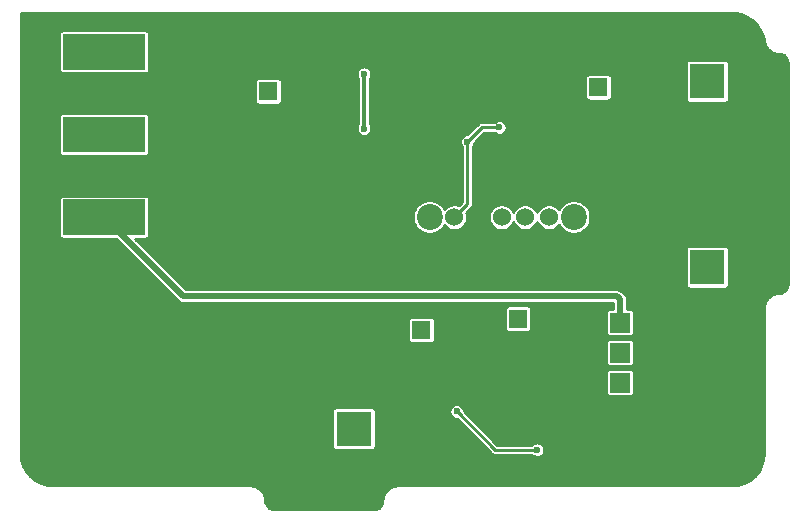
<source format=gbr>
%TF.GenerationSoftware,KiCad,Pcbnew,(5.1.6-0-10_14)*%
%TF.CreationDate,2022-04-17T17:35:50+02:00*%
%TF.ProjectId,smoke_extractor,736d6f6b-655f-4657-9874-726163746f72,rev?*%
%TF.SameCoordinates,Original*%
%TF.FileFunction,Copper,L2,Bot*%
%TF.FilePolarity,Positive*%
%FSLAX46Y46*%
G04 Gerber Fmt 4.6, Leading zero omitted, Abs format (unit mm)*
G04 Created by KiCad (PCBNEW (5.1.6-0-10_14)) date 2022-04-17 17:35:50*
%MOMM*%
%LPD*%
G01*
G04 APERTURE LIST*
%TA.AperFunction,ComponentPad*%
%ADD10R,1.700000X1.700000*%
%TD*%
%TA.AperFunction,ComponentPad*%
%ADD11C,1.600000*%
%TD*%
%TA.AperFunction,ComponentPad*%
%ADD12R,1.600000X1.600000*%
%TD*%
%TA.AperFunction,ComponentPad*%
%ADD13R,3.000000X3.000000*%
%TD*%
%TA.AperFunction,ComponentPad*%
%ADD14C,1.524000*%
%TD*%
%TA.AperFunction,ComponentPad*%
%ADD15C,2.200000*%
%TD*%
%TA.AperFunction,ComponentPad*%
%ADD16C,0.800000*%
%TD*%
%TA.AperFunction,ComponentPad*%
%ADD17C,6.400000*%
%TD*%
%TA.AperFunction,ComponentPad*%
%ADD18C,0.100000*%
%TD*%
%TA.AperFunction,ViaPad*%
%ADD19C,0.600000*%
%TD*%
%TA.AperFunction,ViaPad*%
%ADD20C,0.800000*%
%TD*%
%TA.AperFunction,Conductor*%
%ADD21C,0.300000*%
%TD*%
%TA.AperFunction,Conductor*%
%ADD22C,0.250000*%
%TD*%
%TA.AperFunction,Conductor*%
%ADD23C,0.500000*%
%TD*%
%TA.AperFunction,Conductor*%
%ADD24C,0.254000*%
%TD*%
G04 APERTURE END LIST*
D10*
%TO.P,JPe,3*%
%TO.N,5V*%
X66050000Y-41720000D03*
%TO.P,JPe,2*%
%TO.N,5Vusb*%
X66050000Y-44260000D03*
%TO.P,JPe,1*%
%TO.N,5Vi*%
X66050000Y-46800000D03*
%TD*%
D11*
%TO.P,C13,2*%
%TO.N,BAT-*%
X51700000Y-42350000D03*
D12*
%TO.P,C13,1*%
%TO.N,BAT+*%
X49200000Y-42350000D03*
%TD*%
D11*
%TO.P,C9,2*%
%TO.N,BAT-*%
X54900000Y-41400000D03*
D12*
%TO.P,C9,1*%
%TO.N,Net-(C9-Pad1)*%
X57400000Y-41400000D03*
%TD*%
D13*
%TO.P,J3,2*%
%TO.N,5Vi*%
X73400000Y-37030000D03*
%TO.P,J3,1*%
%TO.N,BAT-*%
X73400000Y-31950000D03*
%TD*%
D14*
%TO.P,SW2,2*%
%TO.N,Net-(R3-Pad1)*%
X56000000Y-32800000D03*
%TO.P,SW2,3*%
%TO.N,Net-(R12-Pad1)*%
X58000000Y-32800000D03*
%TO.P,SW2,4*%
%TO.N,Net-(R11-Pad1)*%
X60000000Y-32800000D03*
D15*
%TO.P,SW2,*%
%TO.N,*%
X62100000Y-32800000D03*
D14*
%TO.P,SW2,1*%
%TO.N,Net-(R2-Pad2)*%
X52000000Y-32800000D03*
D15*
%TO.P,SW2,*%
%TO.N,*%
X49900000Y-32800000D03*
%TD*%
D13*
%TO.P,J2,2*%
%TO.N,BAT-*%
X38420000Y-50700000D03*
%TO.P,J2,1*%
%TO.N,BAT+*%
X43500000Y-50700000D03*
%TD*%
%TO.P,J1,2*%
%TO.N,BAT-*%
X73400000Y-26380000D03*
%TO.P,J1,1*%
%TO.N,BOOST_OUT*%
X73400000Y-21300000D03*
%TD*%
D16*
%TO.P,H2,1*%
%TO.N,BAT-*%
X44647056Y-33802944D03*
X42950000Y-33100000D03*
X41252944Y-33802944D03*
X40550000Y-35500000D03*
X41252944Y-37197056D03*
X42950000Y-37900000D03*
X44647056Y-37197056D03*
X45350000Y-35500000D03*
D17*
X42950000Y-35500000D03*
%TD*%
D11*
%TO.P,C3,2*%
%TO.N,BAT-*%
X36250000Y-25650000D03*
D12*
%TO.P,C3,1*%
%TO.N,Net-(C1-Pad1)*%
X36250000Y-22150000D03*
%TD*%
%TA.AperFunction,ComponentPad*%
D18*
%TO.P,U2,SHELL*%
%TO.N,BAT-*%
G36*
X72500000Y-50550000D02*
G01*
X72500000Y-49550000D01*
X74200000Y-49550000D01*
X74200000Y-50550000D01*
X72500000Y-50550000D01*
G37*
%TD.AperFunction*%
%TA.AperFunction,ComponentPad*%
G36*
X72500000Y-42000000D02*
G01*
X72500000Y-41000000D01*
X74200000Y-41000000D01*
X74200000Y-42000000D01*
X72500000Y-42000000D01*
G37*
%TD.AperFunction*%
%TD*%
%TA.AperFunction,ComponentPad*%
%TO.P,SW1,1*%
%TO.N,5V*%
G36*
X25850000Y-34300000D02*
G01*
X18850000Y-34300000D01*
X18850000Y-31300000D01*
X25850000Y-31300000D01*
X25850000Y-34300000D01*
G37*
%TD.AperFunction*%
%TA.AperFunction,ComponentPad*%
%TO.P,SW1,2*%
%TO.N,Net-(C1-Pad1)*%
G36*
X25850000Y-27300000D02*
G01*
X18850000Y-27300000D01*
X18850000Y-24300000D01*
X25850000Y-24300000D01*
X25850000Y-27300000D01*
G37*
%TD.AperFunction*%
%TA.AperFunction,ComponentPad*%
%TO.P,SW1,3*%
%TO.N,N/C*%
G36*
X25850000Y-20300000D02*
G01*
X18850000Y-20300000D01*
X18850000Y-17300000D01*
X25850000Y-17300000D01*
X25850000Y-20300000D01*
G37*
%TD.AperFunction*%
%TD*%
D11*
%TO.P,C8,2*%
%TO.N,BAT-*%
X64200000Y-25300000D03*
D12*
%TO.P,C8,1*%
%TO.N,BOOST_OUT*%
X64200000Y-21800000D03*
%TD*%
D19*
%TO.N,Net-(C1-Pad1)*%
X44350000Y-20650000D03*
X44350000Y-25300000D03*
%TO.N,Net-(R2-Pad2)*%
X53100000Y-26400000D03*
X55800000Y-25200000D03*
%TO.N,BAT-*%
X48400000Y-24400000D03*
X48400000Y-26500000D03*
X48400000Y-25500000D03*
X48400000Y-17200000D03*
X48400000Y-18200000D03*
X48400000Y-19200000D03*
X48400000Y-20200000D03*
X48400000Y-21300000D03*
X48400000Y-16200000D03*
X48400000Y-23400000D03*
X48400000Y-27700000D03*
X49300000Y-28700000D03*
X49300000Y-27700000D03*
X48400000Y-28700000D03*
X48400000Y-29700000D03*
X49300000Y-29700000D03*
X50400000Y-29700000D03*
X47300000Y-29700000D03*
X46400000Y-29700000D03*
X62600000Y-27400000D03*
X62600000Y-28400000D03*
X61700000Y-27400000D03*
X61700000Y-28400000D03*
X61700000Y-29400000D03*
X62600000Y-29400000D03*
X60600000Y-25500000D03*
X59700000Y-25500000D03*
X59700000Y-24600000D03*
X60600000Y-24600000D03*
X63700000Y-27400000D03*
X64600000Y-28400000D03*
X64600000Y-27400000D03*
X63700000Y-28400000D03*
X63700000Y-29400000D03*
X64600000Y-29400000D03*
X66600000Y-28400000D03*
X65700000Y-28400000D03*
X65700000Y-27400000D03*
X66600000Y-27400000D03*
X65700000Y-29400000D03*
X66600000Y-29400000D03*
X61700000Y-24600000D03*
X61700000Y-25500000D03*
X61700000Y-26500000D03*
X38800000Y-24800000D03*
X38800000Y-23800000D03*
X37900000Y-24800000D03*
X37900000Y-23800000D03*
X40600000Y-24800000D03*
X40600000Y-23800000D03*
X37900000Y-26800000D03*
X38800000Y-25800000D03*
X37900000Y-25800000D03*
X38800000Y-26800000D03*
X54200000Y-24250000D03*
X53300000Y-24250000D03*
X48400000Y-22500000D03*
D20*
X22300000Y-39800000D03*
X23300000Y-36500000D03*
X23300000Y-37600000D03*
X22300000Y-37600000D03*
X23300000Y-41000000D03*
X22300000Y-38700000D03*
X22300000Y-41000000D03*
X23300000Y-39800000D03*
X22300000Y-36500000D03*
X23300000Y-38700000D03*
D19*
X37900000Y-27700000D03*
X38800000Y-27700000D03*
X37900000Y-28700000D03*
X38800000Y-28700000D03*
X38800000Y-29600000D03*
X37900000Y-29600000D03*
X38800000Y-31500000D03*
X37900000Y-31500000D03*
X37900000Y-30600000D03*
X38800000Y-30600000D03*
X36000000Y-31500000D03*
X36900000Y-31500000D03*
X36900000Y-30600000D03*
X36000000Y-30600000D03*
X36900000Y-29600000D03*
X36000000Y-29600000D03*
X36000000Y-28700000D03*
X36900000Y-28700000D03*
X35000000Y-29600000D03*
X34100000Y-29600000D03*
X34100000Y-28700000D03*
X35000000Y-28700000D03*
X34100000Y-30600000D03*
X34100000Y-31500000D03*
X35000000Y-30600000D03*
X35000000Y-31500000D03*
X32200000Y-30600000D03*
X33100000Y-31500000D03*
X32200000Y-31500000D03*
X33100000Y-30600000D03*
X32200000Y-29600000D03*
X33100000Y-28700000D03*
X32200000Y-28700000D03*
X33100000Y-29600000D03*
X32200000Y-33400000D03*
X33100000Y-33400000D03*
X32200000Y-32500000D03*
X33100000Y-32500000D03*
X35000000Y-32500000D03*
X34100000Y-33400000D03*
X35000000Y-33400000D03*
X34100000Y-32500000D03*
X36000000Y-32500000D03*
X36900000Y-33400000D03*
X36900000Y-32500000D03*
X36000000Y-33400000D03*
X32200000Y-35300000D03*
X32200000Y-34400000D03*
X33100000Y-35300000D03*
X33100000Y-34400000D03*
X35000000Y-35300000D03*
X34100000Y-34400000D03*
X34100000Y-35300000D03*
X35000000Y-34400000D03*
X36900000Y-34400000D03*
X36000000Y-35300000D03*
X36000000Y-34400000D03*
X33100000Y-36300000D03*
X32200000Y-36300000D03*
X35000000Y-36300000D03*
X34100000Y-36300000D03*
X36000000Y-36300000D03*
X31300000Y-36300000D03*
X31300000Y-34400000D03*
X31300000Y-35300000D03*
X31300000Y-33400000D03*
X31300000Y-32500000D03*
X31300000Y-31500000D03*
X31300000Y-30600000D03*
X66600000Y-30400000D03*
X65700000Y-30400000D03*
X65700000Y-31400000D03*
X66600000Y-31400000D03*
X65700000Y-33400000D03*
X66600000Y-33400000D03*
X66600000Y-32400000D03*
X65700000Y-32400000D03*
X66600000Y-34500000D03*
X65700000Y-34500000D03*
X67600000Y-34500000D03*
X68500000Y-34500000D03*
X67600000Y-32400000D03*
X68500000Y-33400000D03*
X67600000Y-33400000D03*
X68500000Y-32400000D03*
X67500000Y-31400000D03*
X68400000Y-31400000D03*
X68400000Y-30400000D03*
X67500000Y-30400000D03*
X68400000Y-28400000D03*
X68400000Y-29400000D03*
X67500000Y-28400000D03*
X67500000Y-29400000D03*
X64800000Y-34500000D03*
X64800000Y-33400000D03*
X64800000Y-32400000D03*
X64800000Y-31400000D03*
X64800000Y-30400000D03*
D20*
X54900000Y-48500000D03*
X53975571Y-48424429D03*
D19*
X49200000Y-35550000D03*
X50100000Y-35550000D03*
X52000000Y-35550000D03*
X51100000Y-35550000D03*
X50100000Y-36550000D03*
X49200000Y-36550000D03*
X52000000Y-36550000D03*
X51100000Y-36550000D03*
X48300000Y-36550000D03*
X48300000Y-35550000D03*
X49200000Y-38550000D03*
X51100000Y-38550000D03*
X52000000Y-37550000D03*
X50100000Y-38550000D03*
X53000000Y-37550000D03*
X50100000Y-37550000D03*
X52000000Y-38550000D03*
X49200000Y-37550000D03*
X51100000Y-37550000D03*
X48300000Y-38550000D03*
X53000000Y-38550000D03*
X48300000Y-37550000D03*
X58750000Y-37550000D03*
X54950000Y-37550000D03*
X56850000Y-37550000D03*
X54950000Y-38550000D03*
X55850000Y-38550000D03*
X58750000Y-38550000D03*
X55850000Y-37550000D03*
X57750000Y-38550000D03*
X56850000Y-38550000D03*
X54050000Y-37550000D03*
X57750000Y-37550000D03*
X54050000Y-38550000D03*
X60750000Y-38550000D03*
X60750000Y-37550000D03*
X59850000Y-37550000D03*
X59850000Y-38550000D03*
X60750000Y-36550000D03*
X59850000Y-35550000D03*
X60750000Y-35550000D03*
X59850000Y-36550000D03*
%TO.N,Net-(R13-Pad2)*%
X59000000Y-52499996D03*
X52200000Y-49250002D03*
%TD*%
D21*
%TO.N,Net-(C1-Pad1)*%
X44350000Y-25150000D02*
X44350000Y-20650000D01*
D22*
%TO.N,Net-(R2-Pad2)*%
X54300000Y-25200000D02*
X53100000Y-26400000D01*
X55800000Y-25200000D02*
X54300000Y-25200000D01*
X53100000Y-31700000D02*
X52000000Y-32800000D01*
X53100000Y-26400000D02*
X53100000Y-31700000D01*
D23*
%TO.N,5V*%
X66050000Y-41720000D02*
X66050000Y-39750000D01*
X29050001Y-39500001D02*
X22350000Y-32800000D01*
X65800001Y-39500001D02*
X29050001Y-39500001D01*
X66050000Y-39750000D02*
X65800001Y-39500001D01*
D22*
%TO.N,Net-(R13-Pad2)*%
X55449996Y-52499996D02*
X59000000Y-52499996D01*
X52200000Y-49250002D02*
X55449996Y-52499996D01*
%TD*%
D24*
%TO.N,BAT-*%
G36*
X75721586Y-15539390D02*
G01*
X76257945Y-15636727D01*
X76760809Y-15834667D01*
X77215648Y-16126511D01*
X77605142Y-16501144D01*
X77914448Y-16944291D01*
X78134038Y-17444196D01*
X78213700Y-17747594D01*
X78233008Y-17931287D01*
X78238270Y-17956922D01*
X78243183Y-17982675D01*
X78244349Y-17986537D01*
X78302061Y-18172975D01*
X78312205Y-18197106D01*
X78322024Y-18221408D01*
X78323918Y-18224971D01*
X78416743Y-18396648D01*
X78431390Y-18418362D01*
X78445734Y-18440282D01*
X78448284Y-18443409D01*
X78572688Y-18593787D01*
X78591245Y-18612215D01*
X78609600Y-18630958D01*
X78612710Y-18633530D01*
X78763952Y-18756880D01*
X78785731Y-18771350D01*
X78807381Y-18786174D01*
X78810931Y-18788093D01*
X78983253Y-18879718D01*
X79007477Y-18889702D01*
X79031545Y-18900018D01*
X79035394Y-18901209D01*
X79035401Y-18901212D01*
X79035408Y-18901213D01*
X79222236Y-18957620D01*
X79247919Y-18962706D01*
X79273551Y-18968154D01*
X79277564Y-18968576D01*
X79471798Y-18987621D01*
X79637835Y-19003901D01*
X79770411Y-19043928D01*
X79892696Y-19108948D01*
X80000017Y-19196477D01*
X80088296Y-19303188D01*
X80154166Y-19425013D01*
X80195120Y-19557313D01*
X80211000Y-19708396D01*
X80211001Y-27985797D01*
X80211000Y-27985807D01*
X80211001Y-38485853D01*
X80196099Y-38637835D01*
X80156072Y-38770411D01*
X80091053Y-38892694D01*
X80003522Y-39000018D01*
X79896812Y-39088296D01*
X79774987Y-39154166D01*
X79642687Y-39195120D01*
X79479238Y-39212300D01*
X79466825Y-39212213D01*
X79462809Y-39212607D01*
X79268712Y-39233008D01*
X79243070Y-39238272D01*
X79217325Y-39243183D01*
X79213463Y-39244349D01*
X79027025Y-39302061D01*
X79002894Y-39312205D01*
X78978592Y-39322024D01*
X78975029Y-39323918D01*
X78803352Y-39416743D01*
X78781615Y-39431405D01*
X78759718Y-39445734D01*
X78756591Y-39448284D01*
X78606213Y-39572688D01*
X78587768Y-39591262D01*
X78569042Y-39609600D01*
X78566470Y-39612709D01*
X78443120Y-39763952D01*
X78428635Y-39785754D01*
X78413826Y-39807381D01*
X78411907Y-39810931D01*
X78320282Y-39983253D01*
X78310298Y-40007477D01*
X78299982Y-40031545D01*
X78298792Y-40035390D01*
X78298788Y-40035400D01*
X78298786Y-40035410D01*
X78242380Y-40222236D01*
X78237291Y-40247934D01*
X78231846Y-40273552D01*
X78231424Y-40277565D01*
X78212379Y-40471798D01*
X78212379Y-40471815D01*
X78211001Y-40485806D01*
X78211000Y-52785863D01*
X78158009Y-53326304D01*
X78005164Y-53832552D01*
X77756896Y-54299476D01*
X77422661Y-54709288D01*
X77015198Y-55046371D01*
X76550015Y-55297894D01*
X76044846Y-55454271D01*
X75505292Y-55510980D01*
X75499567Y-55511000D01*
X47185806Y-55511000D01*
X47173049Y-55512256D01*
X47166825Y-55512213D01*
X47162809Y-55512607D01*
X46968712Y-55533008D01*
X46943070Y-55538272D01*
X46917325Y-55543183D01*
X46913463Y-55544349D01*
X46727025Y-55602061D01*
X46702894Y-55612205D01*
X46678592Y-55622024D01*
X46675029Y-55623918D01*
X46503352Y-55716743D01*
X46481615Y-55731405D01*
X46459718Y-55745734D01*
X46456591Y-55748284D01*
X46306213Y-55872688D01*
X46287768Y-55891262D01*
X46269042Y-55909600D01*
X46266470Y-55912709D01*
X46143120Y-56063952D01*
X46128635Y-56085754D01*
X46113826Y-56107381D01*
X46111907Y-56110931D01*
X46020282Y-56283253D01*
X46010298Y-56307477D01*
X45999982Y-56331545D01*
X45998792Y-56335390D01*
X45998788Y-56335400D01*
X45998786Y-56335410D01*
X45942380Y-56522236D01*
X45937291Y-56547934D01*
X45931846Y-56573552D01*
X45931424Y-56577565D01*
X45912379Y-56771798D01*
X45912379Y-56771799D01*
X45896099Y-56937835D01*
X45856072Y-57070411D01*
X45791053Y-57192694D01*
X45703522Y-57300018D01*
X45596812Y-57388296D01*
X45474987Y-57454166D01*
X45342687Y-57495120D01*
X45191603Y-57511000D01*
X36714137Y-57511000D01*
X36562165Y-57496099D01*
X36429589Y-57456072D01*
X36307306Y-57391053D01*
X36199982Y-57303522D01*
X36111704Y-57196812D01*
X36045834Y-57074987D01*
X36004880Y-56942687D01*
X35987700Y-56779238D01*
X35987787Y-56766825D01*
X35987393Y-56762809D01*
X35966992Y-56568712D01*
X35961728Y-56543070D01*
X35956817Y-56517325D01*
X35955651Y-56513463D01*
X35897939Y-56327025D01*
X35887795Y-56302894D01*
X35877976Y-56278592D01*
X35876082Y-56275029D01*
X35783257Y-56103352D01*
X35768595Y-56081615D01*
X35754266Y-56059718D01*
X35751716Y-56056591D01*
X35627312Y-55906213D01*
X35608738Y-55887768D01*
X35590400Y-55869042D01*
X35587291Y-55866470D01*
X35436048Y-55743120D01*
X35414246Y-55728635D01*
X35392619Y-55713826D01*
X35389069Y-55711907D01*
X35216747Y-55620282D01*
X35192523Y-55610298D01*
X35168455Y-55599982D01*
X35164610Y-55598792D01*
X35164600Y-55598788D01*
X35164590Y-55598786D01*
X34977764Y-55542380D01*
X34952066Y-55537291D01*
X34926448Y-55531846D01*
X34922435Y-55531424D01*
X34728202Y-55512379D01*
X34728195Y-55512379D01*
X34714194Y-55511000D01*
X18014137Y-55511000D01*
X17473696Y-55458009D01*
X16967448Y-55305164D01*
X16500524Y-55056896D01*
X16090712Y-54722661D01*
X15753629Y-54315198D01*
X15502106Y-53850015D01*
X15345729Y-53344846D01*
X15289020Y-52805292D01*
X15289000Y-52799567D01*
X15289000Y-49200000D01*
X41671418Y-49200000D01*
X41671418Y-52200000D01*
X41677732Y-52264103D01*
X41696430Y-52325743D01*
X41726794Y-52382550D01*
X41767657Y-52432343D01*
X41817450Y-52473206D01*
X41874257Y-52503570D01*
X41935897Y-52522268D01*
X42000000Y-52528582D01*
X45000000Y-52528582D01*
X45064103Y-52522268D01*
X45125743Y-52503570D01*
X45182550Y-52473206D01*
X45232343Y-52432343D01*
X45273206Y-52382550D01*
X45303570Y-52325743D01*
X45322268Y-52264103D01*
X45328582Y-52200000D01*
X45328582Y-49200000D01*
X45327425Y-49188248D01*
X51573000Y-49188248D01*
X51573000Y-49311756D01*
X51597095Y-49432891D01*
X51644360Y-49546998D01*
X51712977Y-49649691D01*
X51800311Y-49737025D01*
X51903004Y-49805642D01*
X52017111Y-49852907D01*
X52138246Y-49877002D01*
X52187776Y-49877002D01*
X55114677Y-52803901D01*
X55128837Y-52821155D01*
X55197663Y-52877639D01*
X55238909Y-52899685D01*
X55276186Y-52919610D01*
X55361388Y-52945456D01*
X55449996Y-52954183D01*
X55472201Y-52951996D01*
X58565288Y-52951996D01*
X58600311Y-52987019D01*
X58703004Y-53055636D01*
X58817111Y-53102901D01*
X58938246Y-53126996D01*
X59061754Y-53126996D01*
X59182889Y-53102901D01*
X59296996Y-53055636D01*
X59399689Y-52987019D01*
X59487023Y-52899685D01*
X59555640Y-52796992D01*
X59602905Y-52682885D01*
X59627000Y-52561750D01*
X59627000Y-52438242D01*
X59602905Y-52317107D01*
X59555640Y-52203000D01*
X59487023Y-52100307D01*
X59399689Y-52012973D01*
X59296996Y-51944356D01*
X59182889Y-51897091D01*
X59061754Y-51872996D01*
X58938246Y-51872996D01*
X58817111Y-51897091D01*
X58703004Y-51944356D01*
X58600311Y-52012973D01*
X58565288Y-52047996D01*
X55637221Y-52047996D01*
X52827000Y-49237779D01*
X52827000Y-49188248D01*
X52802905Y-49067113D01*
X52755640Y-48953006D01*
X52687023Y-48850313D01*
X52599689Y-48762979D01*
X52496996Y-48694362D01*
X52382889Y-48647097D01*
X52261754Y-48623002D01*
X52138246Y-48623002D01*
X52017111Y-48647097D01*
X51903004Y-48694362D01*
X51800311Y-48762979D01*
X51712977Y-48850313D01*
X51644360Y-48953006D01*
X51597095Y-49067113D01*
X51573000Y-49188248D01*
X45327425Y-49188248D01*
X45322268Y-49135897D01*
X45303570Y-49074257D01*
X45273206Y-49017450D01*
X45232343Y-48967657D01*
X45182550Y-48926794D01*
X45125743Y-48896430D01*
X45064103Y-48877732D01*
X45000000Y-48871418D01*
X42000000Y-48871418D01*
X41935897Y-48877732D01*
X41874257Y-48896430D01*
X41817450Y-48926794D01*
X41767657Y-48967657D01*
X41726794Y-49017450D01*
X41696430Y-49074257D01*
X41677732Y-49135897D01*
X41671418Y-49200000D01*
X15289000Y-49200000D01*
X15289000Y-45950000D01*
X64871418Y-45950000D01*
X64871418Y-47650000D01*
X64877732Y-47714103D01*
X64896430Y-47775743D01*
X64926794Y-47832550D01*
X64967657Y-47882343D01*
X65017450Y-47923206D01*
X65074257Y-47953570D01*
X65135897Y-47972268D01*
X65200000Y-47978582D01*
X66900000Y-47978582D01*
X66964103Y-47972268D01*
X67025743Y-47953570D01*
X67082550Y-47923206D01*
X67132343Y-47882343D01*
X67173206Y-47832550D01*
X67203570Y-47775743D01*
X67222268Y-47714103D01*
X67228582Y-47650000D01*
X67228582Y-45950000D01*
X67222268Y-45885897D01*
X67203570Y-45824257D01*
X67173206Y-45767450D01*
X67132343Y-45717657D01*
X67082550Y-45676794D01*
X67025743Y-45646430D01*
X66964103Y-45627732D01*
X66900000Y-45621418D01*
X65200000Y-45621418D01*
X65135897Y-45627732D01*
X65074257Y-45646430D01*
X65017450Y-45676794D01*
X64967657Y-45717657D01*
X64926794Y-45767450D01*
X64896430Y-45824257D01*
X64877732Y-45885897D01*
X64871418Y-45950000D01*
X15289000Y-45950000D01*
X15289000Y-41550000D01*
X48071418Y-41550000D01*
X48071418Y-43150000D01*
X48077732Y-43214103D01*
X48096430Y-43275743D01*
X48126794Y-43332550D01*
X48167657Y-43382343D01*
X48217450Y-43423206D01*
X48274257Y-43453570D01*
X48335897Y-43472268D01*
X48400000Y-43478582D01*
X50000000Y-43478582D01*
X50064103Y-43472268D01*
X50125743Y-43453570D01*
X50182550Y-43423206D01*
X50198641Y-43410000D01*
X64871418Y-43410000D01*
X64871418Y-45110000D01*
X64877732Y-45174103D01*
X64896430Y-45235743D01*
X64926794Y-45292550D01*
X64967657Y-45342343D01*
X65017450Y-45383206D01*
X65074257Y-45413570D01*
X65135897Y-45432268D01*
X65200000Y-45438582D01*
X66900000Y-45438582D01*
X66964103Y-45432268D01*
X67025743Y-45413570D01*
X67082550Y-45383206D01*
X67132343Y-45342343D01*
X67173206Y-45292550D01*
X67203570Y-45235743D01*
X67222268Y-45174103D01*
X67228582Y-45110000D01*
X67228582Y-43410000D01*
X67222268Y-43345897D01*
X67203570Y-43284257D01*
X67173206Y-43227450D01*
X67132343Y-43177657D01*
X67082550Y-43136794D01*
X67025743Y-43106430D01*
X66964103Y-43087732D01*
X66900000Y-43081418D01*
X65200000Y-43081418D01*
X65135897Y-43087732D01*
X65074257Y-43106430D01*
X65017450Y-43136794D01*
X64967657Y-43177657D01*
X64926794Y-43227450D01*
X64896430Y-43284257D01*
X64877732Y-43345897D01*
X64871418Y-43410000D01*
X50198641Y-43410000D01*
X50232343Y-43382343D01*
X50273206Y-43332550D01*
X50303570Y-43275743D01*
X50322268Y-43214103D01*
X50328582Y-43150000D01*
X50328582Y-41550000D01*
X50322268Y-41485897D01*
X50303570Y-41424257D01*
X50273206Y-41367450D01*
X50232343Y-41317657D01*
X50182550Y-41276794D01*
X50125743Y-41246430D01*
X50064103Y-41227732D01*
X50000000Y-41221418D01*
X48400000Y-41221418D01*
X48335897Y-41227732D01*
X48274257Y-41246430D01*
X48217450Y-41276794D01*
X48167657Y-41317657D01*
X48126794Y-41367450D01*
X48096430Y-41424257D01*
X48077732Y-41485897D01*
X48071418Y-41550000D01*
X15289000Y-41550000D01*
X15289000Y-40600000D01*
X56271418Y-40600000D01*
X56271418Y-42200000D01*
X56277732Y-42264103D01*
X56296430Y-42325743D01*
X56326794Y-42382550D01*
X56367657Y-42432343D01*
X56417450Y-42473206D01*
X56474257Y-42503570D01*
X56535897Y-42522268D01*
X56600000Y-42528582D01*
X58200000Y-42528582D01*
X58264103Y-42522268D01*
X58325743Y-42503570D01*
X58382550Y-42473206D01*
X58432343Y-42432343D01*
X58473206Y-42382550D01*
X58503570Y-42325743D01*
X58522268Y-42264103D01*
X58528582Y-42200000D01*
X58528582Y-40600000D01*
X58522268Y-40535897D01*
X58503570Y-40474257D01*
X58473206Y-40417450D01*
X58432343Y-40367657D01*
X58382550Y-40326794D01*
X58325743Y-40296430D01*
X58264103Y-40277732D01*
X58200000Y-40271418D01*
X56600000Y-40271418D01*
X56535897Y-40277732D01*
X56474257Y-40296430D01*
X56417450Y-40326794D01*
X56367657Y-40367657D01*
X56326794Y-40417450D01*
X56296430Y-40474257D01*
X56277732Y-40535897D01*
X56271418Y-40600000D01*
X15289000Y-40600000D01*
X15289000Y-31300000D01*
X18521418Y-31300000D01*
X18521418Y-34300000D01*
X18527732Y-34364103D01*
X18546430Y-34425743D01*
X18576794Y-34482550D01*
X18617657Y-34532343D01*
X18667450Y-34573206D01*
X18724257Y-34603570D01*
X18785897Y-34622268D01*
X18850000Y-34628582D01*
X23362581Y-34628582D01*
X28621962Y-39887963D01*
X28640027Y-39909975D01*
X28727886Y-39982080D01*
X28828125Y-40035658D01*
X28936889Y-40068651D01*
X29021665Y-40077001D01*
X29021671Y-40077001D01*
X29050000Y-40079791D01*
X29078329Y-40077001D01*
X65473001Y-40077001D01*
X65473001Y-40541418D01*
X65200000Y-40541418D01*
X65135897Y-40547732D01*
X65074257Y-40566430D01*
X65017450Y-40596794D01*
X64967657Y-40637657D01*
X64926794Y-40687450D01*
X64896430Y-40744257D01*
X64877732Y-40805897D01*
X64871418Y-40870000D01*
X64871418Y-42570000D01*
X64877732Y-42634103D01*
X64896430Y-42695743D01*
X64926794Y-42752550D01*
X64967657Y-42802343D01*
X65017450Y-42843206D01*
X65074257Y-42873570D01*
X65135897Y-42892268D01*
X65200000Y-42898582D01*
X66900000Y-42898582D01*
X66964103Y-42892268D01*
X67025743Y-42873570D01*
X67082550Y-42843206D01*
X67132343Y-42802343D01*
X67173206Y-42752550D01*
X67203570Y-42695743D01*
X67222268Y-42634103D01*
X67228582Y-42570000D01*
X67228582Y-40870000D01*
X67222268Y-40805897D01*
X67203570Y-40744257D01*
X67173206Y-40687450D01*
X67132343Y-40637657D01*
X67082550Y-40596794D01*
X67025743Y-40566430D01*
X66964103Y-40547732D01*
X66900000Y-40541418D01*
X66627000Y-40541418D01*
X66627000Y-39778331D01*
X66629790Y-39750000D01*
X66626972Y-39721379D01*
X66622697Y-39677976D01*
X66618651Y-39636888D01*
X66593587Y-39554266D01*
X66585657Y-39528124D01*
X66532079Y-39427885D01*
X66459974Y-39340026D01*
X66437962Y-39321961D01*
X66228040Y-39112039D01*
X66209975Y-39090027D01*
X66122116Y-39017922D01*
X66021877Y-38964344D01*
X65957771Y-38944898D01*
X65913112Y-38931350D01*
X65858046Y-38925927D01*
X65828337Y-38923001D01*
X65828332Y-38923001D01*
X65800001Y-38920211D01*
X65771670Y-38923001D01*
X29289002Y-38923001D01*
X25896001Y-35530000D01*
X71571418Y-35530000D01*
X71571418Y-38530000D01*
X71577732Y-38594103D01*
X71596430Y-38655743D01*
X71626794Y-38712550D01*
X71667657Y-38762343D01*
X71717450Y-38803206D01*
X71774257Y-38833570D01*
X71835897Y-38852268D01*
X71900000Y-38858582D01*
X74900000Y-38858582D01*
X74964103Y-38852268D01*
X75025743Y-38833570D01*
X75082550Y-38803206D01*
X75132343Y-38762343D01*
X75173206Y-38712550D01*
X75203570Y-38655743D01*
X75222268Y-38594103D01*
X75228582Y-38530000D01*
X75228582Y-35530000D01*
X75222268Y-35465897D01*
X75203570Y-35404257D01*
X75173206Y-35347450D01*
X75132343Y-35297657D01*
X75082550Y-35256794D01*
X75025743Y-35226430D01*
X74964103Y-35207732D01*
X74900000Y-35201418D01*
X71900000Y-35201418D01*
X71835897Y-35207732D01*
X71774257Y-35226430D01*
X71717450Y-35256794D01*
X71667657Y-35297657D01*
X71626794Y-35347450D01*
X71596430Y-35404257D01*
X71577732Y-35465897D01*
X71571418Y-35530000D01*
X25896001Y-35530000D01*
X24994583Y-34628582D01*
X25850000Y-34628582D01*
X25914103Y-34622268D01*
X25975743Y-34603570D01*
X26032550Y-34573206D01*
X26082343Y-34532343D01*
X26123206Y-34482550D01*
X26153570Y-34425743D01*
X26172268Y-34364103D01*
X26178582Y-34300000D01*
X26178582Y-32659453D01*
X48473000Y-32659453D01*
X48473000Y-32940547D01*
X48527838Y-33216241D01*
X48635409Y-33475938D01*
X48791576Y-33709660D01*
X48990340Y-33908424D01*
X49224062Y-34064591D01*
X49483759Y-34172162D01*
X49759453Y-34227000D01*
X50040547Y-34227000D01*
X50316241Y-34172162D01*
X50575938Y-34064591D01*
X50809660Y-33908424D01*
X51008424Y-33709660D01*
X51153255Y-33492904D01*
X51154119Y-33494197D01*
X51305803Y-33645881D01*
X51484165Y-33765059D01*
X51682350Y-33847150D01*
X51892743Y-33889000D01*
X52107257Y-33889000D01*
X52317650Y-33847150D01*
X52515835Y-33765059D01*
X52694197Y-33645881D01*
X52845881Y-33494197D01*
X52965059Y-33315835D01*
X53047150Y-33117650D01*
X53089000Y-32907257D01*
X53089000Y-32692743D01*
X54911000Y-32692743D01*
X54911000Y-32907257D01*
X54952850Y-33117650D01*
X55034941Y-33315835D01*
X55154119Y-33494197D01*
X55305803Y-33645881D01*
X55484165Y-33765059D01*
X55682350Y-33847150D01*
X55892743Y-33889000D01*
X56107257Y-33889000D01*
X56317650Y-33847150D01*
X56515835Y-33765059D01*
X56694197Y-33645881D01*
X56845881Y-33494197D01*
X56965059Y-33315835D01*
X57000000Y-33231480D01*
X57034941Y-33315835D01*
X57154119Y-33494197D01*
X57305803Y-33645881D01*
X57484165Y-33765059D01*
X57682350Y-33847150D01*
X57892743Y-33889000D01*
X58107257Y-33889000D01*
X58317650Y-33847150D01*
X58515835Y-33765059D01*
X58694197Y-33645881D01*
X58845881Y-33494197D01*
X58965059Y-33315835D01*
X59000000Y-33231480D01*
X59034941Y-33315835D01*
X59154119Y-33494197D01*
X59305803Y-33645881D01*
X59484165Y-33765059D01*
X59682350Y-33847150D01*
X59892743Y-33889000D01*
X60107257Y-33889000D01*
X60317650Y-33847150D01*
X60515835Y-33765059D01*
X60694197Y-33645881D01*
X60845881Y-33494197D01*
X60846745Y-33492904D01*
X60991576Y-33709660D01*
X61190340Y-33908424D01*
X61424062Y-34064591D01*
X61683759Y-34172162D01*
X61959453Y-34227000D01*
X62240547Y-34227000D01*
X62516241Y-34172162D01*
X62775938Y-34064591D01*
X63009660Y-33908424D01*
X63208424Y-33709660D01*
X63364591Y-33475938D01*
X63472162Y-33216241D01*
X63527000Y-32940547D01*
X63527000Y-32659453D01*
X63472162Y-32383759D01*
X63364591Y-32124062D01*
X63208424Y-31890340D01*
X63009660Y-31691576D01*
X62775938Y-31535409D01*
X62516241Y-31427838D01*
X62240547Y-31373000D01*
X61959453Y-31373000D01*
X61683759Y-31427838D01*
X61424062Y-31535409D01*
X61190340Y-31691576D01*
X60991576Y-31890340D01*
X60846745Y-32107096D01*
X60845881Y-32105803D01*
X60694197Y-31954119D01*
X60515835Y-31834941D01*
X60317650Y-31752850D01*
X60107257Y-31711000D01*
X59892743Y-31711000D01*
X59682350Y-31752850D01*
X59484165Y-31834941D01*
X59305803Y-31954119D01*
X59154119Y-32105803D01*
X59034941Y-32284165D01*
X59000000Y-32368520D01*
X58965059Y-32284165D01*
X58845881Y-32105803D01*
X58694197Y-31954119D01*
X58515835Y-31834941D01*
X58317650Y-31752850D01*
X58107257Y-31711000D01*
X57892743Y-31711000D01*
X57682350Y-31752850D01*
X57484165Y-31834941D01*
X57305803Y-31954119D01*
X57154119Y-32105803D01*
X57034941Y-32284165D01*
X57000000Y-32368520D01*
X56965059Y-32284165D01*
X56845881Y-32105803D01*
X56694197Y-31954119D01*
X56515835Y-31834941D01*
X56317650Y-31752850D01*
X56107257Y-31711000D01*
X55892743Y-31711000D01*
X55682350Y-31752850D01*
X55484165Y-31834941D01*
X55305803Y-31954119D01*
X55154119Y-32105803D01*
X55034941Y-32284165D01*
X54952850Y-32482350D01*
X54911000Y-32692743D01*
X53089000Y-32692743D01*
X53047150Y-32482350D01*
X53020709Y-32418515D01*
X53403905Y-32035319D01*
X53421159Y-32021159D01*
X53477643Y-31952333D01*
X53519614Y-31873810D01*
X53545460Y-31788607D01*
X53552000Y-31722205D01*
X53554187Y-31700000D01*
X53552000Y-31677795D01*
X53552000Y-26834712D01*
X53587023Y-26799689D01*
X53655640Y-26696996D01*
X53702905Y-26582889D01*
X53727000Y-26461754D01*
X53727000Y-26412224D01*
X54487225Y-25652000D01*
X55365288Y-25652000D01*
X55400311Y-25687023D01*
X55503004Y-25755640D01*
X55617111Y-25802905D01*
X55738246Y-25827000D01*
X55861754Y-25827000D01*
X55982889Y-25802905D01*
X56096996Y-25755640D01*
X56199689Y-25687023D01*
X56287023Y-25599689D01*
X56355640Y-25496996D01*
X56402905Y-25382889D01*
X56427000Y-25261754D01*
X56427000Y-25138246D01*
X56402905Y-25017111D01*
X56355640Y-24903004D01*
X56287023Y-24800311D01*
X56199689Y-24712977D01*
X56096996Y-24644360D01*
X55982889Y-24597095D01*
X55861754Y-24573000D01*
X55738246Y-24573000D01*
X55617111Y-24597095D01*
X55503004Y-24644360D01*
X55400311Y-24712977D01*
X55365288Y-24748000D01*
X54322204Y-24748000D01*
X54299999Y-24745813D01*
X54211392Y-24754540D01*
X54191562Y-24760556D01*
X54126190Y-24780386D01*
X54047667Y-24822357D01*
X53978841Y-24878841D01*
X53964685Y-24896090D01*
X53087776Y-25773000D01*
X53038246Y-25773000D01*
X52917111Y-25797095D01*
X52803004Y-25844360D01*
X52700311Y-25912977D01*
X52612977Y-26000311D01*
X52544360Y-26103004D01*
X52497095Y-26217111D01*
X52473000Y-26338246D01*
X52473000Y-26461754D01*
X52497095Y-26582889D01*
X52544360Y-26696996D01*
X52612977Y-26799689D01*
X52648000Y-26834712D01*
X52648001Y-31512775D01*
X52381485Y-31779291D01*
X52317650Y-31752850D01*
X52107257Y-31711000D01*
X51892743Y-31711000D01*
X51682350Y-31752850D01*
X51484165Y-31834941D01*
X51305803Y-31954119D01*
X51154119Y-32105803D01*
X51153255Y-32107096D01*
X51008424Y-31890340D01*
X50809660Y-31691576D01*
X50575938Y-31535409D01*
X50316241Y-31427838D01*
X50040547Y-31373000D01*
X49759453Y-31373000D01*
X49483759Y-31427838D01*
X49224062Y-31535409D01*
X48990340Y-31691576D01*
X48791576Y-31890340D01*
X48635409Y-32124062D01*
X48527838Y-32383759D01*
X48473000Y-32659453D01*
X26178582Y-32659453D01*
X26178582Y-31300000D01*
X26172268Y-31235897D01*
X26153570Y-31174257D01*
X26123206Y-31117450D01*
X26082343Y-31067657D01*
X26032550Y-31026794D01*
X25975743Y-30996430D01*
X25914103Y-30977732D01*
X25850000Y-30971418D01*
X18850000Y-30971418D01*
X18785897Y-30977732D01*
X18724257Y-30996430D01*
X18667450Y-31026794D01*
X18617657Y-31067657D01*
X18576794Y-31117450D01*
X18546430Y-31174257D01*
X18527732Y-31235897D01*
X18521418Y-31300000D01*
X15289000Y-31300000D01*
X15289000Y-24300000D01*
X18521418Y-24300000D01*
X18521418Y-27300000D01*
X18527732Y-27364103D01*
X18546430Y-27425743D01*
X18576794Y-27482550D01*
X18617657Y-27532343D01*
X18667450Y-27573206D01*
X18724257Y-27603570D01*
X18785897Y-27622268D01*
X18850000Y-27628582D01*
X25850000Y-27628582D01*
X25914103Y-27622268D01*
X25975743Y-27603570D01*
X26032550Y-27573206D01*
X26082343Y-27532343D01*
X26123206Y-27482550D01*
X26153570Y-27425743D01*
X26172268Y-27364103D01*
X26178582Y-27300000D01*
X26178582Y-24300000D01*
X26172268Y-24235897D01*
X26153570Y-24174257D01*
X26123206Y-24117450D01*
X26082343Y-24067657D01*
X26032550Y-24026794D01*
X25975743Y-23996430D01*
X25914103Y-23977732D01*
X25850000Y-23971418D01*
X18850000Y-23971418D01*
X18785897Y-23977732D01*
X18724257Y-23996430D01*
X18667450Y-24026794D01*
X18617657Y-24067657D01*
X18576794Y-24117450D01*
X18546430Y-24174257D01*
X18527732Y-24235897D01*
X18521418Y-24300000D01*
X15289000Y-24300000D01*
X15289000Y-21350000D01*
X35121418Y-21350000D01*
X35121418Y-22950000D01*
X35127732Y-23014103D01*
X35146430Y-23075743D01*
X35176794Y-23132550D01*
X35217657Y-23182343D01*
X35267450Y-23223206D01*
X35324257Y-23253570D01*
X35385897Y-23272268D01*
X35450000Y-23278582D01*
X37050000Y-23278582D01*
X37114103Y-23272268D01*
X37175743Y-23253570D01*
X37232550Y-23223206D01*
X37282343Y-23182343D01*
X37323206Y-23132550D01*
X37353570Y-23075743D01*
X37372268Y-23014103D01*
X37378582Y-22950000D01*
X37378582Y-21350000D01*
X37372268Y-21285897D01*
X37353570Y-21224257D01*
X37323206Y-21167450D01*
X37282343Y-21117657D01*
X37232550Y-21076794D01*
X37175743Y-21046430D01*
X37114103Y-21027732D01*
X37050000Y-21021418D01*
X35450000Y-21021418D01*
X35385897Y-21027732D01*
X35324257Y-21046430D01*
X35267450Y-21076794D01*
X35217657Y-21117657D01*
X35176794Y-21167450D01*
X35146430Y-21224257D01*
X35127732Y-21285897D01*
X35121418Y-21350000D01*
X15289000Y-21350000D01*
X15289000Y-17300000D01*
X18521418Y-17300000D01*
X18521418Y-20300000D01*
X18527732Y-20364103D01*
X18546430Y-20425743D01*
X18576794Y-20482550D01*
X18617657Y-20532343D01*
X18667450Y-20573206D01*
X18724257Y-20603570D01*
X18785897Y-20622268D01*
X18850000Y-20628582D01*
X25850000Y-20628582D01*
X25914103Y-20622268D01*
X25975743Y-20603570D01*
X26004412Y-20588246D01*
X43723000Y-20588246D01*
X43723000Y-20711754D01*
X43747095Y-20832889D01*
X43794360Y-20946996D01*
X43862977Y-21049689D01*
X43873001Y-21059713D01*
X43873000Y-24890288D01*
X43862977Y-24900311D01*
X43794360Y-25003004D01*
X43747095Y-25117111D01*
X43723000Y-25238246D01*
X43723000Y-25361754D01*
X43747095Y-25482889D01*
X43794360Y-25596996D01*
X43862977Y-25699689D01*
X43950311Y-25787023D01*
X44053004Y-25855640D01*
X44167111Y-25902905D01*
X44288246Y-25927000D01*
X44411754Y-25927000D01*
X44532889Y-25902905D01*
X44646996Y-25855640D01*
X44749689Y-25787023D01*
X44837023Y-25699689D01*
X44905640Y-25596996D01*
X44952905Y-25482889D01*
X44977000Y-25361754D01*
X44977000Y-25238246D01*
X44952905Y-25117111D01*
X44905640Y-25003004D01*
X44837023Y-24900311D01*
X44827000Y-24890288D01*
X44827000Y-21059712D01*
X44837023Y-21049689D01*
X44870223Y-21000000D01*
X63071418Y-21000000D01*
X63071418Y-22600000D01*
X63077732Y-22664103D01*
X63096430Y-22725743D01*
X63126794Y-22782550D01*
X63167657Y-22832343D01*
X63217450Y-22873206D01*
X63274257Y-22903570D01*
X63335897Y-22922268D01*
X63400000Y-22928582D01*
X65000000Y-22928582D01*
X65064103Y-22922268D01*
X65125743Y-22903570D01*
X65182550Y-22873206D01*
X65232343Y-22832343D01*
X65273206Y-22782550D01*
X65303570Y-22725743D01*
X65322268Y-22664103D01*
X65328582Y-22600000D01*
X65328582Y-21000000D01*
X65322268Y-20935897D01*
X65303570Y-20874257D01*
X65273206Y-20817450D01*
X65232343Y-20767657D01*
X65182550Y-20726794D01*
X65125743Y-20696430D01*
X65064103Y-20677732D01*
X65000000Y-20671418D01*
X63400000Y-20671418D01*
X63335897Y-20677732D01*
X63274257Y-20696430D01*
X63217450Y-20726794D01*
X63167657Y-20767657D01*
X63126794Y-20817450D01*
X63096430Y-20874257D01*
X63077732Y-20935897D01*
X63071418Y-21000000D01*
X44870223Y-21000000D01*
X44905640Y-20946996D01*
X44952905Y-20832889D01*
X44977000Y-20711754D01*
X44977000Y-20588246D01*
X44952905Y-20467111D01*
X44905640Y-20353004D01*
X44837023Y-20250311D01*
X44749689Y-20162977D01*
X44646996Y-20094360D01*
X44532889Y-20047095D01*
X44411754Y-20023000D01*
X44288246Y-20023000D01*
X44167111Y-20047095D01*
X44053004Y-20094360D01*
X43950311Y-20162977D01*
X43862977Y-20250311D01*
X43794360Y-20353004D01*
X43747095Y-20467111D01*
X43723000Y-20588246D01*
X26004412Y-20588246D01*
X26032550Y-20573206D01*
X26082343Y-20532343D01*
X26123206Y-20482550D01*
X26153570Y-20425743D01*
X26172268Y-20364103D01*
X26178582Y-20300000D01*
X26178582Y-19800000D01*
X71571418Y-19800000D01*
X71571418Y-22800000D01*
X71577732Y-22864103D01*
X71596430Y-22925743D01*
X71626794Y-22982550D01*
X71667657Y-23032343D01*
X71717450Y-23073206D01*
X71774257Y-23103570D01*
X71835897Y-23122268D01*
X71900000Y-23128582D01*
X74900000Y-23128582D01*
X74964103Y-23122268D01*
X75025743Y-23103570D01*
X75082550Y-23073206D01*
X75132343Y-23032343D01*
X75173206Y-22982550D01*
X75203570Y-22925743D01*
X75222268Y-22864103D01*
X75228582Y-22800000D01*
X75228582Y-19800000D01*
X75222268Y-19735897D01*
X75203570Y-19674257D01*
X75173206Y-19617450D01*
X75132343Y-19567657D01*
X75082550Y-19526794D01*
X75025743Y-19496430D01*
X74964103Y-19477732D01*
X74900000Y-19471418D01*
X71900000Y-19471418D01*
X71835897Y-19477732D01*
X71774257Y-19496430D01*
X71717450Y-19526794D01*
X71667657Y-19567657D01*
X71626794Y-19617450D01*
X71596430Y-19674257D01*
X71577732Y-19735897D01*
X71571418Y-19800000D01*
X26178582Y-19800000D01*
X26178582Y-17300000D01*
X26172268Y-17235897D01*
X26153570Y-17174257D01*
X26123206Y-17117450D01*
X26082343Y-17067657D01*
X26032550Y-17026794D01*
X25975743Y-16996430D01*
X25914103Y-16977732D01*
X25850000Y-16971418D01*
X18850000Y-16971418D01*
X18785897Y-16977732D01*
X18724257Y-16996430D01*
X18667450Y-17026794D01*
X18617657Y-17067657D01*
X18576794Y-17117450D01*
X18546430Y-17174257D01*
X18527732Y-17235897D01*
X18521418Y-17300000D01*
X15289000Y-17300000D01*
X15289000Y-15539000D01*
X75697670Y-15539000D01*
X75721586Y-15539390D01*
G37*
X75721586Y-15539390D02*
X76257945Y-15636727D01*
X76760809Y-15834667D01*
X77215648Y-16126511D01*
X77605142Y-16501144D01*
X77914448Y-16944291D01*
X78134038Y-17444196D01*
X78213700Y-17747594D01*
X78233008Y-17931287D01*
X78238270Y-17956922D01*
X78243183Y-17982675D01*
X78244349Y-17986537D01*
X78302061Y-18172975D01*
X78312205Y-18197106D01*
X78322024Y-18221408D01*
X78323918Y-18224971D01*
X78416743Y-18396648D01*
X78431390Y-18418362D01*
X78445734Y-18440282D01*
X78448284Y-18443409D01*
X78572688Y-18593787D01*
X78591245Y-18612215D01*
X78609600Y-18630958D01*
X78612710Y-18633530D01*
X78763952Y-18756880D01*
X78785731Y-18771350D01*
X78807381Y-18786174D01*
X78810931Y-18788093D01*
X78983253Y-18879718D01*
X79007477Y-18889702D01*
X79031545Y-18900018D01*
X79035394Y-18901209D01*
X79035401Y-18901212D01*
X79035408Y-18901213D01*
X79222236Y-18957620D01*
X79247919Y-18962706D01*
X79273551Y-18968154D01*
X79277564Y-18968576D01*
X79471798Y-18987621D01*
X79637835Y-19003901D01*
X79770411Y-19043928D01*
X79892696Y-19108948D01*
X80000017Y-19196477D01*
X80088296Y-19303188D01*
X80154166Y-19425013D01*
X80195120Y-19557313D01*
X80211000Y-19708396D01*
X80211001Y-27985797D01*
X80211000Y-27985807D01*
X80211001Y-38485853D01*
X80196099Y-38637835D01*
X80156072Y-38770411D01*
X80091053Y-38892694D01*
X80003522Y-39000018D01*
X79896812Y-39088296D01*
X79774987Y-39154166D01*
X79642687Y-39195120D01*
X79479238Y-39212300D01*
X79466825Y-39212213D01*
X79462809Y-39212607D01*
X79268712Y-39233008D01*
X79243070Y-39238272D01*
X79217325Y-39243183D01*
X79213463Y-39244349D01*
X79027025Y-39302061D01*
X79002894Y-39312205D01*
X78978592Y-39322024D01*
X78975029Y-39323918D01*
X78803352Y-39416743D01*
X78781615Y-39431405D01*
X78759718Y-39445734D01*
X78756591Y-39448284D01*
X78606213Y-39572688D01*
X78587768Y-39591262D01*
X78569042Y-39609600D01*
X78566470Y-39612709D01*
X78443120Y-39763952D01*
X78428635Y-39785754D01*
X78413826Y-39807381D01*
X78411907Y-39810931D01*
X78320282Y-39983253D01*
X78310298Y-40007477D01*
X78299982Y-40031545D01*
X78298792Y-40035390D01*
X78298788Y-40035400D01*
X78298786Y-40035410D01*
X78242380Y-40222236D01*
X78237291Y-40247934D01*
X78231846Y-40273552D01*
X78231424Y-40277565D01*
X78212379Y-40471798D01*
X78212379Y-40471815D01*
X78211001Y-40485806D01*
X78211000Y-52785863D01*
X78158009Y-53326304D01*
X78005164Y-53832552D01*
X77756896Y-54299476D01*
X77422661Y-54709288D01*
X77015198Y-55046371D01*
X76550015Y-55297894D01*
X76044846Y-55454271D01*
X75505292Y-55510980D01*
X75499567Y-55511000D01*
X47185806Y-55511000D01*
X47173049Y-55512256D01*
X47166825Y-55512213D01*
X47162809Y-55512607D01*
X46968712Y-55533008D01*
X46943070Y-55538272D01*
X46917325Y-55543183D01*
X46913463Y-55544349D01*
X46727025Y-55602061D01*
X46702894Y-55612205D01*
X46678592Y-55622024D01*
X46675029Y-55623918D01*
X46503352Y-55716743D01*
X46481615Y-55731405D01*
X46459718Y-55745734D01*
X46456591Y-55748284D01*
X46306213Y-55872688D01*
X46287768Y-55891262D01*
X46269042Y-55909600D01*
X46266470Y-55912709D01*
X46143120Y-56063952D01*
X46128635Y-56085754D01*
X46113826Y-56107381D01*
X46111907Y-56110931D01*
X46020282Y-56283253D01*
X46010298Y-56307477D01*
X45999982Y-56331545D01*
X45998792Y-56335390D01*
X45998788Y-56335400D01*
X45998786Y-56335410D01*
X45942380Y-56522236D01*
X45937291Y-56547934D01*
X45931846Y-56573552D01*
X45931424Y-56577565D01*
X45912379Y-56771798D01*
X45912379Y-56771799D01*
X45896099Y-56937835D01*
X45856072Y-57070411D01*
X45791053Y-57192694D01*
X45703522Y-57300018D01*
X45596812Y-57388296D01*
X45474987Y-57454166D01*
X45342687Y-57495120D01*
X45191603Y-57511000D01*
X36714137Y-57511000D01*
X36562165Y-57496099D01*
X36429589Y-57456072D01*
X36307306Y-57391053D01*
X36199982Y-57303522D01*
X36111704Y-57196812D01*
X36045834Y-57074987D01*
X36004880Y-56942687D01*
X35987700Y-56779238D01*
X35987787Y-56766825D01*
X35987393Y-56762809D01*
X35966992Y-56568712D01*
X35961728Y-56543070D01*
X35956817Y-56517325D01*
X35955651Y-56513463D01*
X35897939Y-56327025D01*
X35887795Y-56302894D01*
X35877976Y-56278592D01*
X35876082Y-56275029D01*
X35783257Y-56103352D01*
X35768595Y-56081615D01*
X35754266Y-56059718D01*
X35751716Y-56056591D01*
X35627312Y-55906213D01*
X35608738Y-55887768D01*
X35590400Y-55869042D01*
X35587291Y-55866470D01*
X35436048Y-55743120D01*
X35414246Y-55728635D01*
X35392619Y-55713826D01*
X35389069Y-55711907D01*
X35216747Y-55620282D01*
X35192523Y-55610298D01*
X35168455Y-55599982D01*
X35164610Y-55598792D01*
X35164600Y-55598788D01*
X35164590Y-55598786D01*
X34977764Y-55542380D01*
X34952066Y-55537291D01*
X34926448Y-55531846D01*
X34922435Y-55531424D01*
X34728202Y-55512379D01*
X34728195Y-55512379D01*
X34714194Y-55511000D01*
X18014137Y-55511000D01*
X17473696Y-55458009D01*
X16967448Y-55305164D01*
X16500524Y-55056896D01*
X16090712Y-54722661D01*
X15753629Y-54315198D01*
X15502106Y-53850015D01*
X15345729Y-53344846D01*
X15289020Y-52805292D01*
X15289000Y-52799567D01*
X15289000Y-49200000D01*
X41671418Y-49200000D01*
X41671418Y-52200000D01*
X41677732Y-52264103D01*
X41696430Y-52325743D01*
X41726794Y-52382550D01*
X41767657Y-52432343D01*
X41817450Y-52473206D01*
X41874257Y-52503570D01*
X41935897Y-52522268D01*
X42000000Y-52528582D01*
X45000000Y-52528582D01*
X45064103Y-52522268D01*
X45125743Y-52503570D01*
X45182550Y-52473206D01*
X45232343Y-52432343D01*
X45273206Y-52382550D01*
X45303570Y-52325743D01*
X45322268Y-52264103D01*
X45328582Y-52200000D01*
X45328582Y-49200000D01*
X45327425Y-49188248D01*
X51573000Y-49188248D01*
X51573000Y-49311756D01*
X51597095Y-49432891D01*
X51644360Y-49546998D01*
X51712977Y-49649691D01*
X51800311Y-49737025D01*
X51903004Y-49805642D01*
X52017111Y-49852907D01*
X52138246Y-49877002D01*
X52187776Y-49877002D01*
X55114677Y-52803901D01*
X55128837Y-52821155D01*
X55197663Y-52877639D01*
X55238909Y-52899685D01*
X55276186Y-52919610D01*
X55361388Y-52945456D01*
X55449996Y-52954183D01*
X55472201Y-52951996D01*
X58565288Y-52951996D01*
X58600311Y-52987019D01*
X58703004Y-53055636D01*
X58817111Y-53102901D01*
X58938246Y-53126996D01*
X59061754Y-53126996D01*
X59182889Y-53102901D01*
X59296996Y-53055636D01*
X59399689Y-52987019D01*
X59487023Y-52899685D01*
X59555640Y-52796992D01*
X59602905Y-52682885D01*
X59627000Y-52561750D01*
X59627000Y-52438242D01*
X59602905Y-52317107D01*
X59555640Y-52203000D01*
X59487023Y-52100307D01*
X59399689Y-52012973D01*
X59296996Y-51944356D01*
X59182889Y-51897091D01*
X59061754Y-51872996D01*
X58938246Y-51872996D01*
X58817111Y-51897091D01*
X58703004Y-51944356D01*
X58600311Y-52012973D01*
X58565288Y-52047996D01*
X55637221Y-52047996D01*
X52827000Y-49237779D01*
X52827000Y-49188248D01*
X52802905Y-49067113D01*
X52755640Y-48953006D01*
X52687023Y-48850313D01*
X52599689Y-48762979D01*
X52496996Y-48694362D01*
X52382889Y-48647097D01*
X52261754Y-48623002D01*
X52138246Y-48623002D01*
X52017111Y-48647097D01*
X51903004Y-48694362D01*
X51800311Y-48762979D01*
X51712977Y-48850313D01*
X51644360Y-48953006D01*
X51597095Y-49067113D01*
X51573000Y-49188248D01*
X45327425Y-49188248D01*
X45322268Y-49135897D01*
X45303570Y-49074257D01*
X45273206Y-49017450D01*
X45232343Y-48967657D01*
X45182550Y-48926794D01*
X45125743Y-48896430D01*
X45064103Y-48877732D01*
X45000000Y-48871418D01*
X42000000Y-48871418D01*
X41935897Y-48877732D01*
X41874257Y-48896430D01*
X41817450Y-48926794D01*
X41767657Y-48967657D01*
X41726794Y-49017450D01*
X41696430Y-49074257D01*
X41677732Y-49135897D01*
X41671418Y-49200000D01*
X15289000Y-49200000D01*
X15289000Y-45950000D01*
X64871418Y-45950000D01*
X64871418Y-47650000D01*
X64877732Y-47714103D01*
X64896430Y-47775743D01*
X64926794Y-47832550D01*
X64967657Y-47882343D01*
X65017450Y-47923206D01*
X65074257Y-47953570D01*
X65135897Y-47972268D01*
X65200000Y-47978582D01*
X66900000Y-47978582D01*
X66964103Y-47972268D01*
X67025743Y-47953570D01*
X67082550Y-47923206D01*
X67132343Y-47882343D01*
X67173206Y-47832550D01*
X67203570Y-47775743D01*
X67222268Y-47714103D01*
X67228582Y-47650000D01*
X67228582Y-45950000D01*
X67222268Y-45885897D01*
X67203570Y-45824257D01*
X67173206Y-45767450D01*
X67132343Y-45717657D01*
X67082550Y-45676794D01*
X67025743Y-45646430D01*
X66964103Y-45627732D01*
X66900000Y-45621418D01*
X65200000Y-45621418D01*
X65135897Y-45627732D01*
X65074257Y-45646430D01*
X65017450Y-45676794D01*
X64967657Y-45717657D01*
X64926794Y-45767450D01*
X64896430Y-45824257D01*
X64877732Y-45885897D01*
X64871418Y-45950000D01*
X15289000Y-45950000D01*
X15289000Y-41550000D01*
X48071418Y-41550000D01*
X48071418Y-43150000D01*
X48077732Y-43214103D01*
X48096430Y-43275743D01*
X48126794Y-43332550D01*
X48167657Y-43382343D01*
X48217450Y-43423206D01*
X48274257Y-43453570D01*
X48335897Y-43472268D01*
X48400000Y-43478582D01*
X50000000Y-43478582D01*
X50064103Y-43472268D01*
X50125743Y-43453570D01*
X50182550Y-43423206D01*
X50198641Y-43410000D01*
X64871418Y-43410000D01*
X64871418Y-45110000D01*
X64877732Y-45174103D01*
X64896430Y-45235743D01*
X64926794Y-45292550D01*
X64967657Y-45342343D01*
X65017450Y-45383206D01*
X65074257Y-45413570D01*
X65135897Y-45432268D01*
X65200000Y-45438582D01*
X66900000Y-45438582D01*
X66964103Y-45432268D01*
X67025743Y-45413570D01*
X67082550Y-45383206D01*
X67132343Y-45342343D01*
X67173206Y-45292550D01*
X67203570Y-45235743D01*
X67222268Y-45174103D01*
X67228582Y-45110000D01*
X67228582Y-43410000D01*
X67222268Y-43345897D01*
X67203570Y-43284257D01*
X67173206Y-43227450D01*
X67132343Y-43177657D01*
X67082550Y-43136794D01*
X67025743Y-43106430D01*
X66964103Y-43087732D01*
X66900000Y-43081418D01*
X65200000Y-43081418D01*
X65135897Y-43087732D01*
X65074257Y-43106430D01*
X65017450Y-43136794D01*
X64967657Y-43177657D01*
X64926794Y-43227450D01*
X64896430Y-43284257D01*
X64877732Y-43345897D01*
X64871418Y-43410000D01*
X50198641Y-43410000D01*
X50232343Y-43382343D01*
X50273206Y-43332550D01*
X50303570Y-43275743D01*
X50322268Y-43214103D01*
X50328582Y-43150000D01*
X50328582Y-41550000D01*
X50322268Y-41485897D01*
X50303570Y-41424257D01*
X50273206Y-41367450D01*
X50232343Y-41317657D01*
X50182550Y-41276794D01*
X50125743Y-41246430D01*
X50064103Y-41227732D01*
X50000000Y-41221418D01*
X48400000Y-41221418D01*
X48335897Y-41227732D01*
X48274257Y-41246430D01*
X48217450Y-41276794D01*
X48167657Y-41317657D01*
X48126794Y-41367450D01*
X48096430Y-41424257D01*
X48077732Y-41485897D01*
X48071418Y-41550000D01*
X15289000Y-41550000D01*
X15289000Y-40600000D01*
X56271418Y-40600000D01*
X56271418Y-42200000D01*
X56277732Y-42264103D01*
X56296430Y-42325743D01*
X56326794Y-42382550D01*
X56367657Y-42432343D01*
X56417450Y-42473206D01*
X56474257Y-42503570D01*
X56535897Y-42522268D01*
X56600000Y-42528582D01*
X58200000Y-42528582D01*
X58264103Y-42522268D01*
X58325743Y-42503570D01*
X58382550Y-42473206D01*
X58432343Y-42432343D01*
X58473206Y-42382550D01*
X58503570Y-42325743D01*
X58522268Y-42264103D01*
X58528582Y-42200000D01*
X58528582Y-40600000D01*
X58522268Y-40535897D01*
X58503570Y-40474257D01*
X58473206Y-40417450D01*
X58432343Y-40367657D01*
X58382550Y-40326794D01*
X58325743Y-40296430D01*
X58264103Y-40277732D01*
X58200000Y-40271418D01*
X56600000Y-40271418D01*
X56535897Y-40277732D01*
X56474257Y-40296430D01*
X56417450Y-40326794D01*
X56367657Y-40367657D01*
X56326794Y-40417450D01*
X56296430Y-40474257D01*
X56277732Y-40535897D01*
X56271418Y-40600000D01*
X15289000Y-40600000D01*
X15289000Y-31300000D01*
X18521418Y-31300000D01*
X18521418Y-34300000D01*
X18527732Y-34364103D01*
X18546430Y-34425743D01*
X18576794Y-34482550D01*
X18617657Y-34532343D01*
X18667450Y-34573206D01*
X18724257Y-34603570D01*
X18785897Y-34622268D01*
X18850000Y-34628582D01*
X23362581Y-34628582D01*
X28621962Y-39887963D01*
X28640027Y-39909975D01*
X28727886Y-39982080D01*
X28828125Y-40035658D01*
X28936889Y-40068651D01*
X29021665Y-40077001D01*
X29021671Y-40077001D01*
X29050000Y-40079791D01*
X29078329Y-40077001D01*
X65473001Y-40077001D01*
X65473001Y-40541418D01*
X65200000Y-40541418D01*
X65135897Y-40547732D01*
X65074257Y-40566430D01*
X65017450Y-40596794D01*
X64967657Y-40637657D01*
X64926794Y-40687450D01*
X64896430Y-40744257D01*
X64877732Y-40805897D01*
X64871418Y-40870000D01*
X64871418Y-42570000D01*
X64877732Y-42634103D01*
X64896430Y-42695743D01*
X64926794Y-42752550D01*
X64967657Y-42802343D01*
X65017450Y-42843206D01*
X65074257Y-42873570D01*
X65135897Y-42892268D01*
X65200000Y-42898582D01*
X66900000Y-42898582D01*
X66964103Y-42892268D01*
X67025743Y-42873570D01*
X67082550Y-42843206D01*
X67132343Y-42802343D01*
X67173206Y-42752550D01*
X67203570Y-42695743D01*
X67222268Y-42634103D01*
X67228582Y-42570000D01*
X67228582Y-40870000D01*
X67222268Y-40805897D01*
X67203570Y-40744257D01*
X67173206Y-40687450D01*
X67132343Y-40637657D01*
X67082550Y-40596794D01*
X67025743Y-40566430D01*
X66964103Y-40547732D01*
X66900000Y-40541418D01*
X66627000Y-40541418D01*
X66627000Y-39778331D01*
X66629790Y-39750000D01*
X66626972Y-39721379D01*
X66622697Y-39677976D01*
X66618651Y-39636888D01*
X66593587Y-39554266D01*
X66585657Y-39528124D01*
X66532079Y-39427885D01*
X66459974Y-39340026D01*
X66437962Y-39321961D01*
X66228040Y-39112039D01*
X66209975Y-39090027D01*
X66122116Y-39017922D01*
X66021877Y-38964344D01*
X65957771Y-38944898D01*
X65913112Y-38931350D01*
X65858046Y-38925927D01*
X65828337Y-38923001D01*
X65828332Y-38923001D01*
X65800001Y-38920211D01*
X65771670Y-38923001D01*
X29289002Y-38923001D01*
X25896001Y-35530000D01*
X71571418Y-35530000D01*
X71571418Y-38530000D01*
X71577732Y-38594103D01*
X71596430Y-38655743D01*
X71626794Y-38712550D01*
X71667657Y-38762343D01*
X71717450Y-38803206D01*
X71774257Y-38833570D01*
X71835897Y-38852268D01*
X71900000Y-38858582D01*
X74900000Y-38858582D01*
X74964103Y-38852268D01*
X75025743Y-38833570D01*
X75082550Y-38803206D01*
X75132343Y-38762343D01*
X75173206Y-38712550D01*
X75203570Y-38655743D01*
X75222268Y-38594103D01*
X75228582Y-38530000D01*
X75228582Y-35530000D01*
X75222268Y-35465897D01*
X75203570Y-35404257D01*
X75173206Y-35347450D01*
X75132343Y-35297657D01*
X75082550Y-35256794D01*
X75025743Y-35226430D01*
X74964103Y-35207732D01*
X74900000Y-35201418D01*
X71900000Y-35201418D01*
X71835897Y-35207732D01*
X71774257Y-35226430D01*
X71717450Y-35256794D01*
X71667657Y-35297657D01*
X71626794Y-35347450D01*
X71596430Y-35404257D01*
X71577732Y-35465897D01*
X71571418Y-35530000D01*
X25896001Y-35530000D01*
X24994583Y-34628582D01*
X25850000Y-34628582D01*
X25914103Y-34622268D01*
X25975743Y-34603570D01*
X26032550Y-34573206D01*
X26082343Y-34532343D01*
X26123206Y-34482550D01*
X26153570Y-34425743D01*
X26172268Y-34364103D01*
X26178582Y-34300000D01*
X26178582Y-32659453D01*
X48473000Y-32659453D01*
X48473000Y-32940547D01*
X48527838Y-33216241D01*
X48635409Y-33475938D01*
X48791576Y-33709660D01*
X48990340Y-33908424D01*
X49224062Y-34064591D01*
X49483759Y-34172162D01*
X49759453Y-34227000D01*
X50040547Y-34227000D01*
X50316241Y-34172162D01*
X50575938Y-34064591D01*
X50809660Y-33908424D01*
X51008424Y-33709660D01*
X51153255Y-33492904D01*
X51154119Y-33494197D01*
X51305803Y-33645881D01*
X51484165Y-33765059D01*
X51682350Y-33847150D01*
X51892743Y-33889000D01*
X52107257Y-33889000D01*
X52317650Y-33847150D01*
X52515835Y-33765059D01*
X52694197Y-33645881D01*
X52845881Y-33494197D01*
X52965059Y-33315835D01*
X53047150Y-33117650D01*
X53089000Y-32907257D01*
X53089000Y-32692743D01*
X54911000Y-32692743D01*
X54911000Y-32907257D01*
X54952850Y-33117650D01*
X55034941Y-33315835D01*
X55154119Y-33494197D01*
X55305803Y-33645881D01*
X55484165Y-33765059D01*
X55682350Y-33847150D01*
X55892743Y-33889000D01*
X56107257Y-33889000D01*
X56317650Y-33847150D01*
X56515835Y-33765059D01*
X56694197Y-33645881D01*
X56845881Y-33494197D01*
X56965059Y-33315835D01*
X57000000Y-33231480D01*
X57034941Y-33315835D01*
X57154119Y-33494197D01*
X57305803Y-33645881D01*
X57484165Y-33765059D01*
X57682350Y-33847150D01*
X57892743Y-33889000D01*
X58107257Y-33889000D01*
X58317650Y-33847150D01*
X58515835Y-33765059D01*
X58694197Y-33645881D01*
X58845881Y-33494197D01*
X58965059Y-33315835D01*
X59000000Y-33231480D01*
X59034941Y-33315835D01*
X59154119Y-33494197D01*
X59305803Y-33645881D01*
X59484165Y-33765059D01*
X59682350Y-33847150D01*
X59892743Y-33889000D01*
X60107257Y-33889000D01*
X60317650Y-33847150D01*
X60515835Y-33765059D01*
X60694197Y-33645881D01*
X60845881Y-33494197D01*
X60846745Y-33492904D01*
X60991576Y-33709660D01*
X61190340Y-33908424D01*
X61424062Y-34064591D01*
X61683759Y-34172162D01*
X61959453Y-34227000D01*
X62240547Y-34227000D01*
X62516241Y-34172162D01*
X62775938Y-34064591D01*
X63009660Y-33908424D01*
X63208424Y-33709660D01*
X63364591Y-33475938D01*
X63472162Y-33216241D01*
X63527000Y-32940547D01*
X63527000Y-32659453D01*
X63472162Y-32383759D01*
X63364591Y-32124062D01*
X63208424Y-31890340D01*
X63009660Y-31691576D01*
X62775938Y-31535409D01*
X62516241Y-31427838D01*
X62240547Y-31373000D01*
X61959453Y-31373000D01*
X61683759Y-31427838D01*
X61424062Y-31535409D01*
X61190340Y-31691576D01*
X60991576Y-31890340D01*
X60846745Y-32107096D01*
X60845881Y-32105803D01*
X60694197Y-31954119D01*
X60515835Y-31834941D01*
X60317650Y-31752850D01*
X60107257Y-31711000D01*
X59892743Y-31711000D01*
X59682350Y-31752850D01*
X59484165Y-31834941D01*
X59305803Y-31954119D01*
X59154119Y-32105803D01*
X59034941Y-32284165D01*
X59000000Y-32368520D01*
X58965059Y-32284165D01*
X58845881Y-32105803D01*
X58694197Y-31954119D01*
X58515835Y-31834941D01*
X58317650Y-31752850D01*
X58107257Y-31711000D01*
X57892743Y-31711000D01*
X57682350Y-31752850D01*
X57484165Y-31834941D01*
X57305803Y-31954119D01*
X57154119Y-32105803D01*
X57034941Y-32284165D01*
X57000000Y-32368520D01*
X56965059Y-32284165D01*
X56845881Y-32105803D01*
X56694197Y-31954119D01*
X56515835Y-31834941D01*
X56317650Y-31752850D01*
X56107257Y-31711000D01*
X55892743Y-31711000D01*
X55682350Y-31752850D01*
X55484165Y-31834941D01*
X55305803Y-31954119D01*
X55154119Y-32105803D01*
X55034941Y-32284165D01*
X54952850Y-32482350D01*
X54911000Y-32692743D01*
X53089000Y-32692743D01*
X53047150Y-32482350D01*
X53020709Y-32418515D01*
X53403905Y-32035319D01*
X53421159Y-32021159D01*
X53477643Y-31952333D01*
X53519614Y-31873810D01*
X53545460Y-31788607D01*
X53552000Y-31722205D01*
X53554187Y-31700000D01*
X53552000Y-31677795D01*
X53552000Y-26834712D01*
X53587023Y-26799689D01*
X53655640Y-26696996D01*
X53702905Y-26582889D01*
X53727000Y-26461754D01*
X53727000Y-26412224D01*
X54487225Y-25652000D01*
X55365288Y-25652000D01*
X55400311Y-25687023D01*
X55503004Y-25755640D01*
X55617111Y-25802905D01*
X55738246Y-25827000D01*
X55861754Y-25827000D01*
X55982889Y-25802905D01*
X56096996Y-25755640D01*
X56199689Y-25687023D01*
X56287023Y-25599689D01*
X56355640Y-25496996D01*
X56402905Y-25382889D01*
X56427000Y-25261754D01*
X56427000Y-25138246D01*
X56402905Y-25017111D01*
X56355640Y-24903004D01*
X56287023Y-24800311D01*
X56199689Y-24712977D01*
X56096996Y-24644360D01*
X55982889Y-24597095D01*
X55861754Y-24573000D01*
X55738246Y-24573000D01*
X55617111Y-24597095D01*
X55503004Y-24644360D01*
X55400311Y-24712977D01*
X55365288Y-24748000D01*
X54322204Y-24748000D01*
X54299999Y-24745813D01*
X54211392Y-24754540D01*
X54191562Y-24760556D01*
X54126190Y-24780386D01*
X54047667Y-24822357D01*
X53978841Y-24878841D01*
X53964685Y-24896090D01*
X53087776Y-25773000D01*
X53038246Y-25773000D01*
X52917111Y-25797095D01*
X52803004Y-25844360D01*
X52700311Y-25912977D01*
X52612977Y-26000311D01*
X52544360Y-26103004D01*
X52497095Y-26217111D01*
X52473000Y-26338246D01*
X52473000Y-26461754D01*
X52497095Y-26582889D01*
X52544360Y-26696996D01*
X52612977Y-26799689D01*
X52648000Y-26834712D01*
X52648001Y-31512775D01*
X52381485Y-31779291D01*
X52317650Y-31752850D01*
X52107257Y-31711000D01*
X51892743Y-31711000D01*
X51682350Y-31752850D01*
X51484165Y-31834941D01*
X51305803Y-31954119D01*
X51154119Y-32105803D01*
X51153255Y-32107096D01*
X51008424Y-31890340D01*
X50809660Y-31691576D01*
X50575938Y-31535409D01*
X50316241Y-31427838D01*
X50040547Y-31373000D01*
X49759453Y-31373000D01*
X49483759Y-31427838D01*
X49224062Y-31535409D01*
X48990340Y-31691576D01*
X48791576Y-31890340D01*
X48635409Y-32124062D01*
X48527838Y-32383759D01*
X48473000Y-32659453D01*
X26178582Y-32659453D01*
X26178582Y-31300000D01*
X26172268Y-31235897D01*
X26153570Y-31174257D01*
X26123206Y-31117450D01*
X26082343Y-31067657D01*
X26032550Y-31026794D01*
X25975743Y-30996430D01*
X25914103Y-30977732D01*
X25850000Y-30971418D01*
X18850000Y-30971418D01*
X18785897Y-30977732D01*
X18724257Y-30996430D01*
X18667450Y-31026794D01*
X18617657Y-31067657D01*
X18576794Y-31117450D01*
X18546430Y-31174257D01*
X18527732Y-31235897D01*
X18521418Y-31300000D01*
X15289000Y-31300000D01*
X15289000Y-24300000D01*
X18521418Y-24300000D01*
X18521418Y-27300000D01*
X18527732Y-27364103D01*
X18546430Y-27425743D01*
X18576794Y-27482550D01*
X18617657Y-27532343D01*
X18667450Y-27573206D01*
X18724257Y-27603570D01*
X18785897Y-27622268D01*
X18850000Y-27628582D01*
X25850000Y-27628582D01*
X25914103Y-27622268D01*
X25975743Y-27603570D01*
X26032550Y-27573206D01*
X26082343Y-27532343D01*
X26123206Y-27482550D01*
X26153570Y-27425743D01*
X26172268Y-27364103D01*
X26178582Y-27300000D01*
X26178582Y-24300000D01*
X26172268Y-24235897D01*
X26153570Y-24174257D01*
X26123206Y-24117450D01*
X26082343Y-24067657D01*
X26032550Y-24026794D01*
X25975743Y-23996430D01*
X25914103Y-23977732D01*
X25850000Y-23971418D01*
X18850000Y-23971418D01*
X18785897Y-23977732D01*
X18724257Y-23996430D01*
X18667450Y-24026794D01*
X18617657Y-24067657D01*
X18576794Y-24117450D01*
X18546430Y-24174257D01*
X18527732Y-24235897D01*
X18521418Y-24300000D01*
X15289000Y-24300000D01*
X15289000Y-21350000D01*
X35121418Y-21350000D01*
X35121418Y-22950000D01*
X35127732Y-23014103D01*
X35146430Y-23075743D01*
X35176794Y-23132550D01*
X35217657Y-23182343D01*
X35267450Y-23223206D01*
X35324257Y-23253570D01*
X35385897Y-23272268D01*
X35450000Y-23278582D01*
X37050000Y-23278582D01*
X37114103Y-23272268D01*
X37175743Y-23253570D01*
X37232550Y-23223206D01*
X37282343Y-23182343D01*
X37323206Y-23132550D01*
X37353570Y-23075743D01*
X37372268Y-23014103D01*
X37378582Y-22950000D01*
X37378582Y-21350000D01*
X37372268Y-21285897D01*
X37353570Y-21224257D01*
X37323206Y-21167450D01*
X37282343Y-21117657D01*
X37232550Y-21076794D01*
X37175743Y-21046430D01*
X37114103Y-21027732D01*
X37050000Y-21021418D01*
X35450000Y-21021418D01*
X35385897Y-21027732D01*
X35324257Y-21046430D01*
X35267450Y-21076794D01*
X35217657Y-21117657D01*
X35176794Y-21167450D01*
X35146430Y-21224257D01*
X35127732Y-21285897D01*
X35121418Y-21350000D01*
X15289000Y-21350000D01*
X15289000Y-17300000D01*
X18521418Y-17300000D01*
X18521418Y-20300000D01*
X18527732Y-20364103D01*
X18546430Y-20425743D01*
X18576794Y-20482550D01*
X18617657Y-20532343D01*
X18667450Y-20573206D01*
X18724257Y-20603570D01*
X18785897Y-20622268D01*
X18850000Y-20628582D01*
X25850000Y-20628582D01*
X25914103Y-20622268D01*
X25975743Y-20603570D01*
X26004412Y-20588246D01*
X43723000Y-20588246D01*
X43723000Y-20711754D01*
X43747095Y-20832889D01*
X43794360Y-20946996D01*
X43862977Y-21049689D01*
X43873001Y-21059713D01*
X43873000Y-24890288D01*
X43862977Y-24900311D01*
X43794360Y-25003004D01*
X43747095Y-25117111D01*
X43723000Y-25238246D01*
X43723000Y-25361754D01*
X43747095Y-25482889D01*
X43794360Y-25596996D01*
X43862977Y-25699689D01*
X43950311Y-25787023D01*
X44053004Y-25855640D01*
X44167111Y-25902905D01*
X44288246Y-25927000D01*
X44411754Y-25927000D01*
X44532889Y-25902905D01*
X44646996Y-25855640D01*
X44749689Y-25787023D01*
X44837023Y-25699689D01*
X44905640Y-25596996D01*
X44952905Y-25482889D01*
X44977000Y-25361754D01*
X44977000Y-25238246D01*
X44952905Y-25117111D01*
X44905640Y-25003004D01*
X44837023Y-24900311D01*
X44827000Y-24890288D01*
X44827000Y-21059712D01*
X44837023Y-21049689D01*
X44870223Y-21000000D01*
X63071418Y-21000000D01*
X63071418Y-22600000D01*
X63077732Y-22664103D01*
X63096430Y-22725743D01*
X63126794Y-22782550D01*
X63167657Y-22832343D01*
X63217450Y-22873206D01*
X63274257Y-22903570D01*
X63335897Y-22922268D01*
X63400000Y-22928582D01*
X65000000Y-22928582D01*
X65064103Y-22922268D01*
X65125743Y-22903570D01*
X65182550Y-22873206D01*
X65232343Y-22832343D01*
X65273206Y-22782550D01*
X65303570Y-22725743D01*
X65322268Y-22664103D01*
X65328582Y-22600000D01*
X65328582Y-21000000D01*
X65322268Y-20935897D01*
X65303570Y-20874257D01*
X65273206Y-20817450D01*
X65232343Y-20767657D01*
X65182550Y-20726794D01*
X65125743Y-20696430D01*
X65064103Y-20677732D01*
X65000000Y-20671418D01*
X63400000Y-20671418D01*
X63335897Y-20677732D01*
X63274257Y-20696430D01*
X63217450Y-20726794D01*
X63167657Y-20767657D01*
X63126794Y-20817450D01*
X63096430Y-20874257D01*
X63077732Y-20935897D01*
X63071418Y-21000000D01*
X44870223Y-21000000D01*
X44905640Y-20946996D01*
X44952905Y-20832889D01*
X44977000Y-20711754D01*
X44977000Y-20588246D01*
X44952905Y-20467111D01*
X44905640Y-20353004D01*
X44837023Y-20250311D01*
X44749689Y-20162977D01*
X44646996Y-20094360D01*
X44532889Y-20047095D01*
X44411754Y-20023000D01*
X44288246Y-20023000D01*
X44167111Y-20047095D01*
X44053004Y-20094360D01*
X43950311Y-20162977D01*
X43862977Y-20250311D01*
X43794360Y-20353004D01*
X43747095Y-20467111D01*
X43723000Y-20588246D01*
X26004412Y-20588246D01*
X26032550Y-20573206D01*
X26082343Y-20532343D01*
X26123206Y-20482550D01*
X26153570Y-20425743D01*
X26172268Y-20364103D01*
X26178582Y-20300000D01*
X26178582Y-19800000D01*
X71571418Y-19800000D01*
X71571418Y-22800000D01*
X71577732Y-22864103D01*
X71596430Y-22925743D01*
X71626794Y-22982550D01*
X71667657Y-23032343D01*
X71717450Y-23073206D01*
X71774257Y-23103570D01*
X71835897Y-23122268D01*
X71900000Y-23128582D01*
X74900000Y-23128582D01*
X74964103Y-23122268D01*
X75025743Y-23103570D01*
X75082550Y-23073206D01*
X75132343Y-23032343D01*
X75173206Y-22982550D01*
X75203570Y-22925743D01*
X75222268Y-22864103D01*
X75228582Y-22800000D01*
X75228582Y-19800000D01*
X75222268Y-19735897D01*
X75203570Y-19674257D01*
X75173206Y-19617450D01*
X75132343Y-19567657D01*
X75082550Y-19526794D01*
X75025743Y-19496430D01*
X74964103Y-19477732D01*
X74900000Y-19471418D01*
X71900000Y-19471418D01*
X71835897Y-19477732D01*
X71774257Y-19496430D01*
X71717450Y-19526794D01*
X71667657Y-19567657D01*
X71626794Y-19617450D01*
X71596430Y-19674257D01*
X71577732Y-19735897D01*
X71571418Y-19800000D01*
X26178582Y-19800000D01*
X26178582Y-17300000D01*
X26172268Y-17235897D01*
X26153570Y-17174257D01*
X26123206Y-17117450D01*
X26082343Y-17067657D01*
X26032550Y-17026794D01*
X25975743Y-16996430D01*
X25914103Y-16977732D01*
X25850000Y-16971418D01*
X18850000Y-16971418D01*
X18785897Y-16977732D01*
X18724257Y-16996430D01*
X18667450Y-17026794D01*
X18617657Y-17067657D01*
X18576794Y-17117450D01*
X18546430Y-17174257D01*
X18527732Y-17235897D01*
X18521418Y-17300000D01*
X15289000Y-17300000D01*
X15289000Y-15539000D01*
X75697670Y-15539000D01*
X75721586Y-15539390D01*
%TD*%
M02*

</source>
